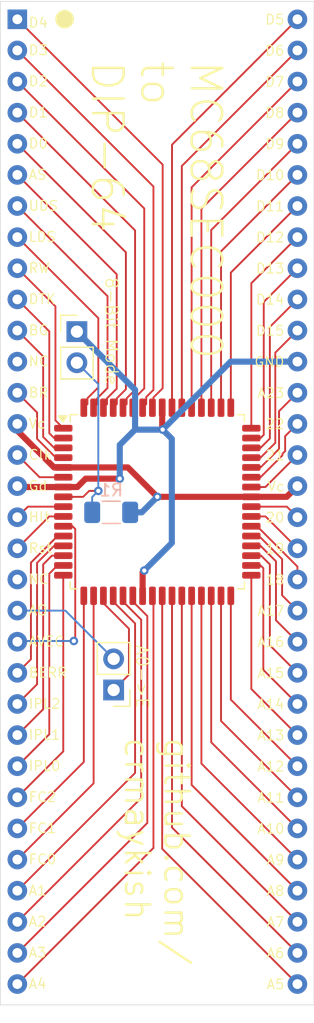
<source format=kicad_pcb>
(kicad_pcb (version 20240108) (generator "pcbnew") (generator_version "8.0")
  (layers (0 "F.Cu" signal) (31 "B.Cu" signal) (34 "B.Paste" user) (35 "F.Paste" user) (36 "B.SilkS" user "B.Silkscreen") (37 "F.SilkS" user "F.Silkscreen") (38 "B.Mask" user) (39 "F.Mask" user) (44 "Edge.Cuts" user))
  (net 0 "")
  (net 1 "/A12")
  (net 2 "/{slash}UDS")
  (net 3 "/D8")
  (net 4 "/A5")
  (net 5 "/A10")
  (net 6 "/{slash}LDS")
  (net 7 "/D6")
  (net 8 "/D9")
  (net 9 "/FC2")
  (net 10 "/{slash}IPL2")
  (net 11 "/{slash}IPL1")
  (net 12 "/{slash}BERR")
  (net 13 "/{slash}RESET")
  (net 14 "/D10")
  (net 15 "/A22")
  (net 16 "/A11")
  (net 17 "/{slash}IPL0")
  (net 18 "/D7")
  (net 19 "/A9")
  (net 20 "/D0")
  (net 21 "/A18")
  (net 22 "/D15")
  (net 23 "/A6")
  (net 24 "/D1")
  (net 25 "/A21")
  (net 26 "/A17")
  (net 27 "/D14")
  (net 28 "/D13")
  (net 29 "/A13")
  (net 30 "/{slash}BG")
  (net 31 "/A15")
  (net 32 "/A1")
  (net 33 "/A7")
  (net 34 "/FC0")
  (net 35 "/A16")
  (net 36 "/FC1")
  (net 37 "/{slash}DTACK")
  (net 38 "/D3")
  (net 39 "/A3")
  (net 40 "/A8")
  (net 41 "/A4")
  (net 42 "/CLK")
  (net 43 "/D11")
  (net 44 "/D5")
  (net 45 "/{slash}BR")
  (net 46 "/D12")
  (net 47 "/D2")
  (net 48 "/A23")
  (net 49 "/A19")
  (net 50 "/RW")
  (net 51 "/{slash}AS")
  (net 52 "/A14")
  (net 53 "/D4")
  (net 54 "/A20")
  (net 55 "/A0")
  (net 56 "/{slash}HALT")
  (net 57 "/A2")
  (net 58 "GND")
  (net 59 "VCC")
  (net 60 "Net-(JP1-B)")
  (net 61 "Net-(U1-{slash}AVEC)")
  (net 62 "Net-(JP2-B)")
  (footprint "Connector_PinHeader_2.54mm:PinHeader_1x02_P2.54mm_Vertical" (layer "F.Cu") (at 137.75 103 180)
    (property "Reference" "JP2" (hide yes))
    (property "Value" "Jumper_2_Open")
    (fp_line (start 1.33 1.27) (end 1.33 3.87) (stroke (width 0.12)) (layer "F.SilkS"))
    (fp_line (start -1.33 3.87) (end 1.33 3.87) (stroke (width 0.12)) (layer "F.SilkS"))
    (fp_line (start -1.33 1.27) (end 1.33 1.27) (stroke (width 0.12)) (layer "F.SilkS"))
    (fp_line (start -1.33 1.27) (end -1.33 3.87) (stroke (width 0.12)) (layer "F.SilkS"))
    (fp_line (start -1.33 0) (end -1.33 -1.33) (stroke (width 0.12)) (layer "F.SilkS"))
    (fp_line (start -1.33 -1.33) (end 0 -1.33) (stroke (width 0.12)) (layer "F.SilkS"))
    (pad "1" thru_hole rect (at 0 0 180) (size 1.7 1.7) (drill 1) (layers "*.Cu" "*.Mask") (net 55 "/A0"))
    (pad "2" thru_hole oval (at 0 2.54 180) (size 1.7 1.7) (drill 1) (layers "*.Cu" "*.Mask") (net 62 "Net-(JP2-B)"))
  )
  (footprint "Connector_PinHeader_2.54mm:PinHeader_1x02_P2.54mm_Vertical" (layer "F.Cu") (at 134.75 73.75)
    (property "Reference" "JP1" (hide yes))
    (property "Value" "Jumper_2_Open")
    (fp_line (start -1.33 -1.33) (end 0 -1.33) (stroke (width 0.12)) (layer "F.SilkS"))
    (fp_line (start -1.33 0) (end -1.33 -1.33) (stroke (width 0.12)) (layer "F.SilkS"))
    (fp_line (start -1.33 1.27) (end -1.33 3.87) (stroke (width 0.12)) (layer "F.SilkS"))
    (fp_line (start -1.33 1.27) (end 1.33 1.27) (stroke (width 0.12)) (layer "F.SilkS"))
    (fp_line (start -1.33 3.87) (end 1.33 3.87) (stroke (width 0.12)) (layer "F.SilkS"))
    (fp_line (start 1.33 1.27) (end 1.33 3.87) (stroke (width 0.12)) (layer "F.SilkS"))
    (pad "1" thru_hole rect (at 0 0) (size 1.7 1.7) (drill 1) (layers "*.Cu" "*.Mask") (net 58 "GND"))
    (pad "2" thru_hole oval (at 0 2.54) (size 1.7 1.7) (drill 1) (layers "*.Cu" "*.Mask") (net 60 "Net-(JP1-B)"))
  )
  (footprint "Package_QFP:LQFP-64_14x14mm_P0.8mm" (layer "F.Cu") (at 141.315 87.635)
    (property "Reference" "U1" (hide yes))
    (property "Value" "~")
    (fp_line (start -7.11 -7.11) (end -7.11 -6.535) (stroke (width 0.12)) (layer "F.SilkS"))
    (fp_line (start -7.11 7.11) (end -7.11 6.535) (stroke (width 0.12)) (layer "F.SilkS"))
    (fp_line (start -6.535 -7.11) (end -7.11 -7.11) (stroke (width 0.12)) (layer "F.SilkS"))
    (fp_line (start -6.535 7.11) (end -7.11 7.11) (stroke (width 0.12)) (layer "F.SilkS"))
    (fp_line (start 6.535 -7.11) (end 7.11 -7.11) (stroke (width 0.12)) (layer "F.SilkS"))
    (fp_line (start 6.535 7.11) (end 7.11 7.11) (stroke (width 0.12)) (layer "F.SilkS"))
    (fp_line (start 7.11 -7.11) (end 7.11 -6.535) (stroke (width 0.12)) (layer "F.SilkS"))
    (fp_line (start 7.11 7.11) (end 7.11 6.535) (stroke (width 0.12)) (layer "F.SilkS"))
    (fp_poly (pts (xy -7.7125 -6.535) (xy -8.0525 -7.005) (xy -7.3725 -7.005) (xy -7.7125 -6.535)) (stroke (width 0.12)) (fill solid) (layer "F.SilkS"))
    (pad "1" smd roundrect (at -7.675 -6) (size 1.5 0.55) (layers "F.Cu" "F.Paste" "F.Mask") (net 50 "/RW"))
    (pad "2" smd roundrect (at -7.675 -5.2) (size 1.5 0.55) (layers "F.Cu" "F.Paste" "F.Mask") (net 37 "/{slash}DTACK"))
    (pad "3" smd roundrect (at -7.675 -4.4) (size 1.5 0.55) (layers "F.Cu" "F.Paste" "F.Mask") (net 30 "/{slash}BG"))
    (pad "4" smd roundrect (at -7.675 -3.6) (size 1.5 0.55) (layers "F.Cu" "F.Paste" "F.Mask") (net 45 "/{slash}BR"))
    (pad "5" smd roundrect (at -7.675 -2.8) (size 1.5 0.55) (layers "F.Cu" "F.Paste" "F.Mask") (net 59 "VCC"))
    (pad "6" smd roundrect (at -7.675 -2) (size 1.5 0.55) (layers "F.Cu" "F.Paste" "F.Mask") (net 42 "/CLK"))
    (pad "7" smd roundrect (at -7.675 -1.2) (size 1.5 0.55) (layers "F.Cu" "F.Paste" "F.Mask") (net 58 "GND"))
    (pad "8" smd roundrect (at -7.675 -0.4) (size 1.5 0.55) (layers "F.Cu" "F.Paste" "F.Mask") (net 60 "Net-(JP1-B)"))
    (pad "9" smd roundrect (at -7.675 0.4) (size 1.5 0.55) (layers "F.Cu" "F.Paste" "F.Mask") (net 56 "/{slash}HALT"))
    (pad "10" smd roundrect (at -7.675 1.2) (size 1.5 0.55) (layers "F.Cu" "F.Paste" "F.Mask") (net 13 "/{slash}RESET"))
    (pad "11" smd roundrect (at -7.675 2) (size 1.5 0.55) (layers "F.Cu" "F.Paste" "F.Mask") (net 61 "Net-(U1-{slash}AVEC)"))
    (pad "12" smd roundrect (at -7.675 2.8) (size 1.5 0.55) (layers "F.Cu" "F.Paste" "F.Mask") (net 12 "/{slash}BERR"))
    (pad "13" smd roundrect (at -7.675 3.6) (size 1.5 0.55) (layers "F.Cu" "F.Paste" "F.Mask") (net 10 "/{slash}IPL2"))
    (pad "14" smd roundrect (at -7.675 4.4) (size 1.5 0.55) (layers "F.Cu" "F.Paste" "F.Mask") (net 11 "/{slash}IPL1"))
    (pad "15" smd roundrect (at -7.675 5.2) (size 1.5 0.55) (layers "F.Cu" "F.Paste" "F.Mask") (net 17 "/{slash}IPL0"))
    (pad "16" smd roundrect (at -7.675 6) (size 1.5 0.55) (layers "F.Cu" "F.Paste" "F.Mask") (net 9 "/FC2"))
    (pad "17" smd roundrect (at -6 7.675) (size 0.55 1.5) (layers "F.Cu" "F.Paste" "F.Mask") (net 36 "/FC1"))
    (pad "18" smd roundrect (at -5.2 7.675) (size 0.55 1.5) (layers "F.Cu" "F.Paste" "F.Mask") (net 34 "/FC0"))
    (pad "19" smd roundrect (at -4.4 7.675) (size 0.55 1.5) (layers "F.Cu" "F.Paste" "F.Mask") (net 55 "/A0"))
    (pad "20" smd roundrect (at -3.6 7.675) (size 0.55 1.5) (layers "F.Cu" "F.Paste" "F.Mask") (net 32 "/A1"))
    (pad "21" smd roundrect (at -2.8 7.675) (size 0.55 1.5) (layers "F.Cu" "F.Paste" "F.Mask") (net 57 "/A2"))
    (pad "22" smd roundrect (at -2 7.675) (size 0.55 1.5) (layers "F.Cu" "F.Paste" "F.Mask") (net 39 "/A3"))
    (pad "23" smd roundrect (at -1.2 7.675) (size 0.55 1.5) (layers "F.Cu" "F.Paste" "F.Mask") (net 58 "GND"))
    (pad "24" smd roundrect (at -0.4 7.675) (size 0.55 1.5) (layers "F.Cu" "F.Paste" "F.Mask") (net 41 "/A4"))
    (pad "25" smd roundrect (at 0.4 7.675) (size 0.55 1.5) (layers "F.Cu" "F.Paste" "F.Mask") (net 4 "/A5"))
    (pad "26" smd roundrect (at 1.2 7.675) (size 0.55 1.5) (layers "F.Cu" "F.Paste" "F.Mask") (net 23 "/A6"))
    (pad "27" smd roundrect (at 2 7.675) (size 0.55 1.5) (layers "F.Cu" "F.Paste" "F.Mask") (net 33 "/A7"))
    (pad "28" smd roundrect (at 2.8 7.675) (size 0.55 1.5) (layers "F.Cu" "F.Paste" "F.Mask") (net 40 "/A8"))
    (pad "29" smd roundrect (at 3.6 7.675) (size 0.55 1.5) (layers "F.Cu" "F.Paste" "F.Mask") (net 19 "/A9"))
    (pad "30" smd roundrect (at 4.4 7.675) (size 0.55 1.5) (layers "F.Cu" "F.Paste" "F.Mask") (net 5 "/A10"))
    (pad "31" smd roundrect (at 5.2 7.675) (size 0.55 1.5) (layers "F.Cu" "F.Paste" "F.Mask") (net 16 "/A11"))
    (pad "32" smd roundrect (at 6 7.675) (size 0.55 1.5) (layers "F.Cu" "F.Paste" "F.Mask") (net 1 "/A12"))
    (pad "33" smd roundrect (at 7.675 6) (size 1.5 0.55) (layers "F.Cu" "F.Paste" "F.Mask") (net 29 "/A13"))
    (pad "34" smd roundrect (at 7.675 5.2) (size 1.5 0.55) (layers "F.Cu" "F.Paste" "F.Mask") (net 52 "/A14"))
    (pad "35" smd roundrect (at 7.675 4.4) (size 1.5 0.55) (layers "F.Cu" "F.Paste" "F.Mask") (net 31 "/A15"))
    (pad "36" smd roundrect (at 7.675 3.6) (size 1.5 0.55) (layers "F.Cu" "F.Paste" "F.Mask") (net 35 "/A16"))
    (pad "37" smd roundrect (at 7.675 2.8) (size 1.5 0.55) (layers "F.Cu" "F.Paste" "F.Mask") (net 26 "/A17"))
    (pad "38" smd roundrect (at 7.675 2) (size 1.5 0.55) (layers "F.Cu" "F.Paste" "F.Mask") (net 21 "/A18"))
    (pad "39" smd roundrect (at 7.675 1.2) (size 1.5 0.55) (layers "F.Cu" "F.Paste" "F.Mask") (net 49 "/A19"))
    (pad "40" smd roundrect (at 7.675 0.4) (size 1.5 0.55) (layers "F.Cu" "F.Paste" "F.Mask") (net 54 "/A20"))
    (pad "41" smd roundrect (at 7.675 -0.4) (size 1.5 0.55) (layers "F.Cu" "F.Paste" "F.Mask") (net 59 "VCC"))
    (pad "42" smd roundrect (at 7.675 -1.2) (size 1.5 0.55) (layers "F.Cu" "F.Paste" "F.Mask") (net 25 "/A21"))
    (pad "43" smd roundrect (at 7.675 -2) (size 1.5 0.55) (layers "F.Cu" "F.Paste" "F.Mask") (net 15 "/A22"))
    (pad "44" smd roundrect (at 7.675 -2.8) (size 1.5 0.55) (layers "F.Cu" "F.Paste" "F.Mask") (net 48 "/A23"))
    (pad "45" smd roundrect (at 7.675 -3.6) (size 1.5 0.55) (layers "F.Cu" "F.Paste" "F.Mask") (net 22 "/D15"))
    (pad "46" smd roundrect (at 7.675 -4.4) (size 1.5 0.55) (layers "F.Cu" "F.Paste" "F.Mask") (net 27 "/D14"))
    (pad "47" smd roundrect (at 7.675 -5.2) (size 1.5 0.55) (layers "F.Cu" "F.Paste" "F.Mask") (net 28 "/D13"))
    (pad "48" smd roundrect (at 7.675 -6) (size 1.5 0.55) (layers "F.Cu" "F.Paste" "F.Mask") (net 46 "/D12"))
    (pad "49" smd roundrect (at 6 -7.675) (size 0.55 1.5) (layers "F.Cu" "F.Paste" "F.Mask") (net 43 "/D11"))
    (pad "50" smd roundrect (at 5.2 -7.675) (size 0.55 1.5) (layers "F.Cu" "F.Paste" "F.Mask") (net 14 "/D10"))
    (pad "51" smd roundrect (at 4.4 -7.675) (size 0.55 1.5) (layers "F.Cu" "F.Paste" "F.Mask") (net 8 "/D9"))
    (pad "52" smd roundrect (at 3.6 -7.675) (size 0.55 1.5) (layers "F.Cu" "F.Paste" "F.Mask") (net 3 "/D8"))
    (pad "53" smd roundrect (at 2.8 -7.675) (size 0.55 1.5) (layers "F.Cu" "F.Paste" "F.Mask") (net 18 "/D7"))
    (pad "54" smd roundrect (at 2 -7.675) (size 0.55 1.5) (layers "F.Cu" "F.Paste" "F.Mask") (net 7 "/D6"))
    (pad "55" smd roundrect (at 1.2 -7.675) (size 0.55 1.5) (layers "F.Cu" "F.Paste" "F.Mask") (net 44 "/D5"))
    (pad "56" smd roundrect (at 0.4 -7.675) (size 0.55 1.5) (layers "F.Cu" "F.Paste" "F.Mask") (net 58 "GND"))
    (pad "57" smd roundrect (at -0.4 -7.675) (size 0.55 1.5) (layers "F.Cu" "F.Paste" "F.Mask") (net 53 "/D4"))
    (pad "58" smd roundrect (at -1.2 -7.675) (size 0.55 1.5) (layers "F.Cu" "F.Paste" "F.Mask") (net 38 "/D3"))
    (pad "59" smd roundrect (at -2 -7.675) (size 0.55 1.5) (layers "F.Cu" "F.Paste" "F.Mask") (net 47 "/D2"))
    (pad "60" smd roundrect (at -2.8 -7.675) (size 0.55 1.5) (layers "F.Cu" "F.Paste" "F.Mask") (net 24 "/D1"))
    (pad "61" smd roundrect (at -3.6 -7.675) (size 0.55 1.5) (layers "F.Cu" "F.Paste" "F.Mask") (net 20 "/D0"))
    (pad "62" smd roundrect (at -4.4 -7.675) (size 0.55 1.5) (layers "F.Cu" "F.Paste" "F.Mask") (net 51 "/{slash}AS"))
    (pad "63" smd roundrect (at -5.2 -7.675) (size 0.55 1.5) (layers "F.Cu" "F.Paste" "F.Mask") (net 2 "/{slash}UDS"))
    (pad "64" smd roundrect (at -6 -7.675) (size 0.55 1.5) (layers "F.Cu" "F.Paste" "F.Mask") (net 6 "/{slash}LDS"))
  )
  (footprint "Package_DIP:DIP-64_W22.86mm" (layer "F.Cu") (at 129.89 48.26)
    (property "Reference" "U2" (hide yes))
    (property "Value" "68010D")
    (pad "1" thru_hole rect (at 0 0) (size 1.6 1.6) (drill 0.8) (layers "*.Cu" "*.Mask") (net 53 "/D4"))
    (pad "2" thru_hole oval (at 0 2.54) (size 1.6 1.6) (drill 0.8) (layers "*.Cu" "*.Mask") (net 38 "/D3"))
    (pad "3" thru_hole oval (at 0 5.08) (size 1.6 1.6) (drill 0.8) (layers "*.Cu" "*.Mask") (net 47 "/D2"))
    (pad "4" thru_hole oval (at 0 7.62) (size 1.6 1.6) (drill 0.8) (layers "*.Cu" "*.Mask") (net 24 "/D1"))
    (pad "5" thru_hole oval (at 0 10.16) (size 1.6 1.6) (drill 0.8) (layers "*.Cu" "*.Mask") (net 20 "/D0"))
    (pad "6" thru_hole oval (at 0 12.7) (size 1.6 1.6) (drill 0.8) (layers "*.Cu" "*.Mask") (net 51 "/{slash}AS"))
    (pad "7" thru_hole oval (at 0 15.24) (size 1.6 1.6) (drill 0.8) (layers "*.Cu" "*.Mask") (net 2 "/{slash}UDS"))
    (pad "8" thru_hole oval (at 0 17.78) (size 1.6 1.6) (drill 0.8) (layers "*.Cu" "*.Mask") (net 6 "/{slash}LDS"))
    (pad "9" thru_hole oval (at 0 20.32) (size 1.6 1.6) (drill 0.8) (layers "*.Cu" "*.Mask") (net 50 "/RW"))
    (pad "10" thru_hole oval (at 0 22.86) (size 1.6 1.6) (drill 0.8) (layers "*.Cu" "*.Mask") (net 37 "/{slash}DTACK"))
    (pad "11" thru_hole oval (at 0 25.4) (size 1.6 1.6) (drill 0.8) (layers "*.Cu" "*.Mask") (net 30 "/{slash}BG"))
    (pad "12" thru_hole oval (at 0 27.94) (size 1.6 1.6) (drill 0.8) (layers "*.Cu" "*.Mask"))
    (pad "13" thru_hole oval (at 0 30.48) (size 1.6 1.6) (drill 0.8) (layers "*.Cu" "*.Mask") (net 45 "/{slash}BR"))
    (pad "14" thru_hole oval (at 0 33.02) (size 1.6 1.6) (drill 0.8) (layers "*.Cu" "*.Mask") (net 59 "VCC"))
    (pad "15" thru_hole oval (at 0 35.56) (size 1.6 1.6) (drill 0.8) (layers "*.Cu" "*.Mask") (net 42 "/CLK"))
    (pad "16" thru_hole oval (at 0 38.1) (size 1.6 1.6) (drill 0.8) (layers "*.Cu" "*.Mask") (net 58 "GND"))
    (pad "17" thru_hole oval (at 0 40.64) (size 1.6 1.6) (drill 0.8) (layers "*.Cu" "*.Mask") (net 56 "/{slash}HALT"))
    (pad "18" thru_hole oval (at 0 43.18) (size 1.6 1.6) (drill 0.8) (layers "*.Cu" "*.Mask") (net 13 "/{slash}RESET"))
    (pad "19" thru_hole oval (at 0 45.72) (size 1.6 1.6) (drill 0.8) (layers "*.Cu" "*.Mask"))
    (pad "20" thru_hole oval (at 0 48.26) (size 1.6 1.6) (drill 0.8) (layers "*.Cu" "*.Mask") (net 62 "Net-(JP2-B)"))
    (pad "21" thru_hole oval (at 0 50.8) (size 1.6 1.6) (drill 0.8) (layers "*.Cu" "*.Mask") (net 61 "Net-(U1-{slash}AVEC)"))
    (pad "22" thru_hole oval (at 0 53.34) (size 1.6 1.6) (drill 0.8) (layers "*.Cu" "*.Mask") (net 12 "/{slash}BERR"))
    (pad "23" thru_hole oval (at 0 55.88) (size 1.6 1.6) (drill 0.8) (layers "*.Cu" "*.Mask") (net 10 "/{slash}IPL2"))
    (pad "24" thru_hole oval (at 0 58.42) (size 1.6 1.6) (drill 0.8) (layers "*.Cu" "*.Mask") (net 11 "/{slash}IPL1"))
    (pad "25" thru_hole oval (at 0 60.96) (size 1.6 1.6) (drill 0.8) (layers "*.Cu" "*.Mask") (net 17 "/{slash}IPL0"))
    (pad "26" thru_hole oval (at 0 63.5) (size 1.6 1.6) (drill 0.8) (layers "*.Cu" "*.Mask") (net 9 "/FC2"))
    (pad "27" thru_hole oval (at 0 66.04) (size 1.6 1.6) (drill 0.8) (layers "*.Cu" "*.Mask") (net 36 "/FC1"))
    (pad "28" thru_hole oval (at 0 68.58) (size 1.6 1.6) (drill 0.8) (layers "*.Cu" "*.Mask") (net 34 "/FC0"))
    (pad "29" thru_hole oval (at 0 71.12) (size 1.6 1.6) (drill 0.8) (layers "*.Cu" "*.Mask") (net 32 "/A1"))
    (pad "30" thru_hole oval (at 0 73.66) (size 1.6 1.6) (drill 0.8) (layers "*.Cu" "*.Mask") (net 57 "/A2"))
    (pad "31" thru_hole oval (at 0 76.2) (size 1.6 1.6) (drill 0.8) (layers "*.Cu" "*.Mask") (net 39 "/A3"))
    (pad "32" thru_hole oval (at 0 78.74) (size 1.6 1.6) (drill 0.8) (layers "*.Cu" "*.Mask") (net 41 "/A4"))
    (pad "33" thru_hole oval (at 22.86 78.74) (size 1.6 1.6) (drill 0.8) (layers "*.Cu" "*.Mask") (net 4 "/A5"))
    (pad "34" thru_hole oval (at 22.86 76.2) (size 1.6 1.6) (drill 0.8) (layers "*.Cu" "*.Mask") (net 23 "/A6"))
    (pad "35" thru_hole oval (at 22.86 73.66) (size 1.6 1.6) (drill 0.8) (layers "*.Cu" "*.Mask") (net 33 "/A7"))
    (pad "36" thru_hole oval (at 22.86 71.12) (size 1.6 1.6) (drill 0.8) (layers "*.Cu" "*.Mask") (net 40 "/A8"))
    (pad "37" thru_hole oval (at 22.86 68.58) (size 1.6 1.6) (drill 0.8) (layers "*.Cu" "*.Mask") (net 19 "/A9"))
    (pad "38" thru_hole oval (at 22.86 66.04) (size 1.6 1.6) (drill 0.8) (layers "*.Cu" "*.Mask") (net 5 "/A10"))
    (pad "39" thru_hole oval (at 22.86 63.5) (size 1.6 1.6) (drill 0.8) (layers "*.Cu" "*.Mask") (net 16 "/A11"))
    (pad "40" thru_hole oval (at 22.86 60.96) (size 1.6 1.6) (drill 0.8) (layers "*.Cu" "*.Mask") (net 1 "/A12"))
    (pad "41" thru_hole oval (at 22.86 58.42) (size 1.6 1.6) (drill 0.8) (layers "*.Cu" "*.Mask") (net 29 "/A13"))
    (pad "42" thru_hole oval (at 22.86 55.88) (size 1.6 1.6) (drill 0.8) (layers "*.Cu" "*.Mask") (net 52 "/A14"))
    (pad "43" thru_hole oval (at 22.86 53.34) (size 1.6 1.6) (drill 0.8) (layers "*.Cu" "*.Mask") (net 31 "/A15"))
    (pad "44" thru_hole oval (at 22.86 50.8) (size 1.6 1.6) (drill 0.8) (layers "*.Cu" "*.Mask") (net 35 "/A16"))
    (pad "45" thru_hole oval (at 22.86 48.26) (size 1.6 1.6) (drill 0.8) (layers "*.Cu" "*.Mask") (net 26 "/A17"))
    (pad "46" thru_hole oval (at 22.86 45.72) (size 1.6 1.6) (drill 0.8) (layers "*.Cu" "*.Mask") (net 21 "/A18"))
    (pad "47" thru_hole oval (at 22.86 43.18) (size 1.6 1.6) (drill 0.8) (layers "*.Cu" "*.Mask") (net 49 "/A19"))
    (pad "48" thru_hole oval (at 22.86 40.64) (size 1.6 1.6) (drill 0.8) (layers "*.Cu" "*.Mask") (net 54 "/A20"))
    (pad "49" thru_hole oval (at 22.86 38.1) (size 1.6 1.6) (drill 0.8) (layers "*.Cu" "*.Mask") (net 59 "VCC"))
    (pad "50" thru_hole oval (at 22.86 35.56) (size 1.6 1.6) (drill 0.8) (layers "*.Cu" "*.Mask") (net 25 "/A21"))
    (pad "51" thru_hole oval (at 22.86 33.02) (size 1.6 1.6) (drill 0.8) (layers "*.Cu" "*.Mask") (net 15 "/A22"))
    (pad "52" thru_hole oval (at 22.86 30.48) (size 1.6 1.6) (drill 0.8) (layers "*.Cu" "*.Mask") (net 48 "/A23"))
    (pad "53" thru_hole oval (at 22.86 27.94) (size 1.6 1.6) (drill 0.8) (layers "*.Cu" "*.Mask") (net 58 "GND"))
    (pad "54" thru_hole oval (at 22.86 25.4) (size 1.6 1.6) (drill 0.8) (layers "*.Cu" "*.Mask") (net 22 "/D15"))
    (pad "55" thru_hole oval (at 22.86 22.86) (size 1.6 1.6) (drill 0.8) (layers "*.Cu" "*.Mask") (net 27 "/D14"))
    (pad "56" thru_hole oval (at 22.86 20.32) (size 1.6 1.6) (drill 0.8) (layers "*.Cu" "*.Mask") (net 28 "/D13"))
    (pad "57" thru_hole oval (at 22.86 17.78) (size 1.6 1.6) (drill 0.8) (layers "*.Cu" "*.Mask") (net 46 "/D12"))
    (pad "58" thru_hole oval (at 22.86 15.24) (size 1.6 1.6) (drill 0.8) (layers "*.Cu" "*.Mask") (net 43 "/D11"))
    (pad "59" thru_hole oval (at 22.86 12.7) (size 1.6 1.6) (drill 0.8) (layers "*.Cu" "*.Mask") (net 14 "/D10"))
    (pad "60" thru_hole oval (at 22.86 10.16) (size 1.6 1.6) (drill 0.8) (layers "*.Cu" "*.Mask") (net 8 "/D9"))
    (pad "61" thru_hole oval (at 22.86 7.62) (size 1.6 1.6) (drill 0.8) (layers "*.Cu" "*.Mask") (net 3 "/D8"))
    (pad "62" thru_hole oval (at 22.86 5.08) (size 1.6 1.6) (drill 0.8) (layers "*.Cu" "*.Mask") (net 18 "/D7"))
    (pad "63" thru_hole oval (at 22.86 2.54) (size 1.6 1.6) (drill 0.8) (layers "*.Cu" "*.Mask") (net 7 "/D6"))
    (pad "64" thru_hole oval (at 22.86 0) (size 1.6 1.6) (drill 0.8) (layers "*.Cu" "*.Mask") (net 44 "/D5"))
  )
  (footprint "Resistor_SMD:R_1206_3216Metric_Pad1.30x1.75mm_HandSolder" (layer "B.Cu") (at 137.55 88.5 180)
    (property "Reference" "R1" (at 0 1.82 0) (layer "B.SilkS") (effects (justify mirror)))
    (property "Value" "R")
    (fp_line (start 0.727064 0.91) (end -0.727064 0.91) (stroke (width 0.12)) (layer "B.SilkS"))
    (fp_line (start 0.727064 -0.91) (end -0.727064 -0.91) (stroke (width 0.12)) (layer "B.SilkS"))
    (pad "1" smd roundrect (at -1.55 0 180) (size 1.3 1.75) (layers "B.Cu" "B.Paste" "B.Mask") (roundrect_rratio 0.192308) (net 59 "VCC"))
    (pad "2" smd roundrect (at 1.55 0 180) (size 1.3 1.75) (layers "B.Cu" "B.Paste" "B.Mask") (roundrect_rratio 0.192308) (net 60 "Net-(JP1-B)"))
  )
  (gr_circle (center 133.75 48.25) (end 134.457107 48.25) (stroke (width 0.1)) (fill solid) (layer "F.SilkS"))
  (gr_rect (start 128.5 46.8) (end 154.1 128.7) (stroke (width 0.05)) (fill none) (layer "Edge.Cuts"))
  (gr_text "Gd" (at 130.75 86.81 0) (layer "F.SilkS") (effects (font (size 0.8 0.8) (thickness 0.1)) (justify left bottom)))
  (gr_text "A0->E" (at 139.5 99.25 -90) (layer "F.SilkS") (effects (font (size 1 1) (thickness 0.1)) (justify left bottom)))
  (gr_text "22" (at 151.75 81.77 0) (layer "F.SilkS") (effects (font (size 0.8 0.8) (thickness 0.1)) (justify right bottom)))
  (gr_text "IPL0" (at 130.75 109.67 0) (layer "F.SilkS") (effects (font (size 0.8 0.8) (thickness 0.1)) (justify left bottom)))
  (gr_text "A4" (at 130.75 127.45 0) (layer "F.SilkS") (effects (font (size 0.8 0.8) (thickness 0.1)) (justify left bottom)))
  (gr_text "D2" (at 130.75 53.79 0) (layer "F.SilkS") (effects (font (size 0.8 0.8) (thickness 0.1)) (justify left bottom)))
  (gr_text "20" (at 151.75 89.39 0) (layer "F.SilkS") (effects (font (size 0.8 0.8) (thickness 0.1)) (justify right bottom)))
  (gr_text "D9" (at 151.75 58.91 0) (layer "F.SilkS") (effects (font (size 0.8 0.8) (thickness 0.1)) (justify right bottom)))
  (gr_text "D1\n" (at 130.75 56.33 0) (layer "F.SilkS") (effects (font (size 0.8 0.8) (thickness 0.1)) (justify left bottom)))
  (gr_text "A8" (at 151.75 119.87 0) (layer "F.SilkS") (effects (font (size 0.8 0.8) (thickness 0.1)) (justify right bottom)))
  (gr_text "A15" (at 151.75 102.09 0) (layer "F.SilkS") (effects (font (size 0.8 0.8) (thickness 0.1)) (justify right bottom)))
  (gr_text "D6" (at 151.75 51.29 0) (layer "F.SilkS") (effects (font (size 0.8 0.8) (thickness 0.1)) (justify right bottom)))
  (gr_text "UDS" (at 130.75 63.95 0) (layer "F.SilkS") (effects (font (size 0.8 0.8) (thickness 0.1)) (justify left bottom)))
  (gr_text "D15" (at 151.75 74.15 0) (layer "F.SilkS") (effects (font (size 0.8 0.8) (thickness 0.1)) (justify right bottom)))
  (gr_text "GND" (at 151.75 76.69 0) (layer "F.SilkS") (effects (font (size 0.8 0.8) (thickness 0.1)) (justify right bottom)))
  (gr_text "18" (at 151.75 94.47 0) (layer "F.SilkS") (effects (font (size 0.8 0.8) (thickness 0.1)) (justify right bottom)))
  (gr_text "A2" (at 130.75 122.37 0) (layer "F.SilkS") (effects (font (size 0.8 0.8) (thickness 0.1)) (justify left bottom)))
  (gr_text "BERR\n" (at 130.75 102.05 0) (layer "F.SilkS") (effects (font (size 0.8 0.8) (thickness 0.1)) (justify left bottom)))
  (gr_text "D4" (at 130.75 49 0) (layer "F.SilkS") (effects (font (size 0.8 0.8) (thickness 0.1)) (justify left bottom)))
  (gr_text "D3" (at 130.75 51.25 0) (layer "F.SilkS") (effects (font (size 0.8 0.8) (thickness 0.1)) (justify left bottom)))
  (gr_text "A12" (at 151.75 109.71 0) (layer "F.SilkS") (effects (font (size 0.8 0.8) (thickness 0.1)) (justify right bottom)))
  (gr_text "Hlt" (at 130.75 89.35 0) (layer "F.SilkS") (effects (font (size 0.8 0.8) (thickness 0.1)) (justify left bottom)))
  (gr_text "NC" (at 130.75 76.65 0) (layer "F.SilkS") (effects (font (size 0.8 0.8) (thickness 0.1)) (justify left bottom)))
  (gr_text "A6" (at 151.75 124.95 0) (layer "F.SilkS") (effects (font (size 0.8 0.8) (thickness 0.1)) (justify right bottom)))
  (gr_text "AO" (at 130.75 96.97 0) (layer "F.SilkS") (effects (font (size 0.8 0.8) (thickness 0.1)) (justify left bottom)))
  (gr_text "D12" (at 151.75 66.53 0) (layer "F.SilkS") (effects (font (size 0.8 0.8) (thickness 0.1)) (justify right bottom)))
  (gr_text "A1" (at 130.75 119.83 0) (layer "F.SilkS") (effects (font (size 0.8 0.8) (thickness 0.1)) (justify left bottom)))
  (gr_text "Clk" (at 130.75 84.27 0) (layer "F.SilkS") (effects (font (size 0.8 0.8) (thickness 0.1)) (justify left bottom)))
  (gr_text "github.com/\ncrmaykish" (at 138.5 106.75 270) (layer "F.SilkS") (effects (font (size 2 2) (thickness 0.2)) (justify left bottom)))
  (gr_text "FC1" (at 130.75 114.75 0) (layer "F.SilkS") (effects (font (size 0.8 0.8) (thickness 0.1)) (justify left bottom)))
  (gr_text "D11" (at 151.75 63.99 0) (layer "F.SilkS") (effects (font (size 0.8 0.8) (thickness 0.1)) (justify right bottom)))
  (gr_text "NC" (at 130.75 94.43 0) (layer "F.SilkS") (effects (font (size 0.8 0.8) (thickness 0.1)) (justify left bottom)))
  (gr_text "A3" (at 130.75 124.91 0) (layer "F.SilkS") (effects (font (size 0.8 0.8) (thickness 0.1)) (justify left bottom)))
  (gr_text "AVEC" (at 130.75 99.51 0) (layer "F.SilkS") (effects (font (size 0.8 0.8) (thickness 0.1)) (justify left bottom)))
  (gr_text "A10" (at 151.75 114.79 0) (layer "F.SilkS") (effects (font (size 0.8 0.8) (thickness 0.1)) (justify right bottom)))
  (gr_text "Vc" (at 130.75 81.73 0) (layer "F.SilkS") (effects (font (size 0.8 0.8) (thickness 0.1)) (justify left bottom)))
  (gr_text "A9" (at 151.75 117.33 0) (layer "F.SilkS") (effects (font (size 0.8 0.8) (thickness 0.1)) (justify right bottom)))
  (gr_text "DTK\n" (at 130.75 71.57 0) (layer "F.SilkS") (effects (font (size 0.8 0.8) (thickness 0.1)) (justify left bottom)))
  (gr_text "BR" (at 130.75 79.19 0) (layer "F.SilkS") (effects (font (size 0.8 0.8) (thickness 0.1)) (justify left bottom)))
  (gr_text "A7" (at 151.75 122.41 0) (layer "F.SilkS") (effects (font (size 0.8 0.8) (thickness 0.1)) (justify right bottom)))
  (gr_text "8-Bit Mode\n" (at 137 69.25 -90) (layer "F.SilkS") (effects (font (size 1 1) (thickness 0.1)) (justify left bottom)))
  (gr_text "D5" (at 151.75 48.75 0) (layer "F.SilkS") (effects (font (size 0.8 0.8) (thickness 0.1)) (justify right bottom)))
  (gr_text "D13" (at 151.75 69.07 0) (layer "F.SilkS") (effects (font (size 0.8 0.8) (thickness 0.1)) (justify right bottom)))
  (gr_text "A13" (at 151.75 107.17 0) (layer "F.SilkS") (effects (font (size 0.8 0.8) (thickness 0.1)) (justify right bottom)))
  (gr_text "21" (at 151.75 84.31 0) (layer "F.SilkS") (effects (font (size 0.8 0.8) (thickness 0.1)) (justify right bottom)))
  (gr_text "Vc" (at 151.75 86.85 0) (layer "F.SilkS") (effects (font (size 0.8 0.8) (thickness 0.1)) (justify right bottom)))
  (gr_text "IPL1" (at 130.75 107.13 0) (layer "F.SilkS") (effects (font (size 0.8 0.8) (thickness 0.1)) (justify left bottom)))
  (gr_text "A11" (at 151.75 112.25 0) (layer "F.SilkS") (effects (font (size 0.8 0.8) (thickness 0.1)) (justify right bottom)))
  (gr_text "A23" (at 151.75 79.23 0) (layer "F.SilkS") (effects (font (size 0.8 0.8) (thickness 0.1)) (justify right bottom)))
  (gr_text "AS\n" (at 130.75 61.41 0) (layer "F.SilkS") (effects (font (size 0.8 0.8) (thickness 0.1)) (justify left bottom)))
  (gr_text "MC68SEC000\nto\nDIP-64" (at 135.75 51.5 -90) (layer "F.SilkS") (effects (font (size 2.5 2.5) (thickness 0.2)) (justify left bottom)))
  (gr_text "LDS" (at 130.75 66.49 0) (layer "F.SilkS") (effects (font (size 0.8 0.8) (thickness 0.1)) (justify left bottom)))
  (gr_text "IPL2" (at 130.75 104.59 0) (layer "F.SilkS") (effects (font (size 0.8 0.8) (thickness 0.1)) (justify left bottom)))
  (gr_text "A5" (at 151.75 127.49 0) (layer "F.SilkS") (effects (font (size 0.8 0.8) (thickness 0.1)) (justify right bottom)))
  (gr_text "RW" (at 130.75 69.03 0) (layer "F.SilkS") (effects (font (size 0.8 0.8) (thickness 0.1)) (justify left bottom)))
  (gr_text "D0" (at 130.75 58.87 0) (layer "F.SilkS") (effects (font (size 0.8 0.8) (thickness 0.1)) (justify left bottom)))
  (gr_text "19" (at 151.75 91.93 0) (layer "F.SilkS") (effects (font (size 0.8 0.8) (thickness 0.1)) (justify right bottom)))
  (gr_text "FC0" (at 130.75 117.29 0) (layer "F.SilkS") (effects (font (size 0.8 0.8) (thickness 0.1)) (justify left bottom)))
  (gr_text "Rst" (at 130.75 91.89 0) (layer "F.SilkS") (effects (font (size 0.8 0.8) (thickness 0.1)) (justify left bottom)))
  (gr_text "A14" (at 151.75 104.63 0) (layer "F.SilkS") (effects (font (size 0.8 0.8) (thickness 0.1)) (justify right bottom)))
  (gr_text "D14" (at 151.75 71.61 0) (layer "F.SilkS") (effects (font (size 0.8 0.8) (thickness 0.1)) (justify right bottom)))
  (gr_text "D7" (at 151.75 53.83 0) (layer "F.SilkS") (effects (font (size 0.8 0.8) (thickness 0.1)) (justify right bottom)))
  (gr_text "BG" (at 130.75 74.11 0) (layer "F.SilkS") (effects (font (size 0.8 0.8) (thickness 0.1)) (justify left bottom)))
  (gr_text "D8" (at 151.75 56.37 0) (layer "F.SilkS") (effects (font (size 0.8 0.8) (thickness 0.1)) (justify right bottom)))
  (gr_text "A16" (at 151.75 99.55 0) (layer "F.SilkS") (effects (font (size 0.8 0.8) (thickness 0.1)) (justify right bottom)))
  (gr_text "D10" (at 151.75 61.45 0) (layer "F.SilkS") (effects (font (size 0.8 0.8) (thickness 0.1)) (justify right bottom)))
  (gr_text "A17" (at 151.75 97.01 0) (layer "F.SilkS") (effects (font (size 0.8 0.8) (thickness 0.1)) (justify right bottom)))
  (gr_text "FC2" (at 130.75 112.21 0) (layer "F.SilkS") (effects (font (size 0.8 0.8) (thickness 0.1)) (justify left bottom)))
  (segment (start 147.315 103.785) (end 147.315 95.31) (width 0.1524) (layer "F.Cu") (net 1))
  (segment (start 152.75 109.22) (end 147.315 103.785) (width 0.1524) (layer "F.Cu") (net 1))
  (segment (start 136.115 79.96) (end 136.4114 79.6636) (width 0.1524) (layer "F.Cu") (net 2))
  (segment (start 137.25 78.353446) (end 137.25 70.86) (width 0.1524) (layer "F.Cu") (net 2))
  (segment (start 136.4114 79.192046) (end 137.25 78.353446) (width 0.1524) (layer "F.Cu") (net 2))
  (segment (start 137.25 70.86) (end 129.89 63.5) (width 0.1524) (layer "F.Cu") (net 2))
  (segment (start 136.4114 79.6636) (end 136.4114 79.192046) (width 0.1524) (layer "F.Cu") (net 2))
  (segment (start 144.915 79.96) (end 144.915 63.715) (width 0.1524) (layer "F.Cu") (net 3))
  (segment (start 144.915 63.715) (end 152.75 55.88) (width 0.1524) (layer "F.Cu") (net 3))
  (segment (start 141.715 115.965) (end 152.75 127) (width 0.1524) (layer "F.Cu") (net 4))
  (segment (start 141.715 95.31) (end 141.715 115.965) (width 0.1524) (layer "F.Cu") (net 4))
  (segment (start 152.75 114.3) (end 145.715 107.265) (width 0.1524) (layer "F.Cu") (net 5))
  (segment (start 145.715 107.265) (end 145.715 95.31) (width 0.1524) (layer "F.Cu") (net 5))
  (segment (start 136.5 78.303446) (end 136.5 72.65) (width 0.1524) (layer "F.Cu") (net 6))
  (segment (start 135.6114 79.6636) (end 135.6114 79.192046) (width 0.1524) (layer "F.Cu") (net 6))
  (segment (start 135.315 79.96) (end 135.6114 79.6636) (width 0.1524) (layer "F.Cu") (net 6))
  (segment (start 136.5 72.65) (end 129.89 66.04) (width 0.1524) (layer "F.Cu") (net 6))
  (segment (start 135.6114 79.192046) (end 136.5 78.303446) (width 0.1524) (layer "F.Cu") (net 6))
  (segment (start 143.315 79.96) (end 143.315 60.235) (width 0.1524) (layer "F.Cu") (net 7))
  (segment (start 143.315 60.235) (end 152.75 50.8) (width 0.1524) (layer "F.Cu") (net 7))
  (segment (start 145.715 79.96) (end 145.715 65.455) (width 0.1524) (layer "F.Cu") (net 8))
  (segment (start 145.715 65.455) (end 152.75 58.42) (width 0.1524) (layer "F.Cu") (net 8))
  (segment (start 133.64 108.01) (end 129.89 111.76) (width 0.1524) (layer "F.Cu") (net 9))
  (segment (start 133.64 93.635) (end 133.64 108.01) (width 0.1524) (layer "F.Cu") (net 9))
  (segment (start 131.5 92.625001) (end 131.5 102.53) (width 0.1524) (layer "F.Cu") (net 10))
  (segment (start 133.64 91.235) (end 132.890001 91.235) (width 0.1524) (layer "F.Cu") (net 10))
  (segment (start 131.5 102.53) (end 129.89 104.14) (width 0.1524) (layer "F.Cu") (net 10))
  (segment (start 132.890001 91.235) (end 131.5 92.625001) (width 0.1524) (layer "F.Cu") (net 10))
  (segment (start 132 92.75) (end 132 104.57) (width 0.1524) (layer "F.Cu") (net 11))
  (segment (start 132.715 92.035) (end 132 92.75) (width 0.1524) (layer "F.Cu") (net 11))
  (segment (start 133.64 92.035) (end 132.715 92.035) (width 0.1524) (layer "F.Cu") (net 11))
  (segment (start 132 104.57) (end 129.89 106.68) (width 0.1524) (layer "F.Cu") (net 11))
  (segment (start 131 100.49) (end 129.89 101.6) (width 0.1524) (layer "F.Cu") (net 12))
  (segment (start 133.64 90.435) (end 133.168446 90.435) (width 0.1524) (layer "F.Cu") (net 12))
  (segment (start 131 92.603446) (end 131 100.49) (width 0.1524) (layer "F.Cu") (net 12))
  (segment (start 133.168446 90.435) (end 131 92.603446) (width 0.1524) (layer "F.Cu") (net 12))
  (segment (start 133.64 88.835) (end 132.495 88.835) (width 0.1524) (layer "F.Cu") (net 13))
  (segment (start 132.495 88.835) (end 129.89 91.44) (width 0.1524) (layer "F.Cu") (net 13))
  (segment (start 146.515 67.195) (end 152.75 60.96) (width 0.1524) (layer "F.Cu") (net 14))
  (segment (start 146.515 79.96) (end 146.515 67.195) (width 0.1524) (layer "F.Cu") (net 14))
  (segment (start 149.739999 85.635) (end 151.528835 83.846164) (width 0.1524) (layer "F.Cu") (net 15))
  (segment (start 151.75 82.28) (end 152.75 81.28) (width 0.1524) (layer "F.Cu") (net 15))
  (segment (start 151.528835 83.721165) (end 151.75 83.5) (width 0.1524) (layer "F.Cu") (net 15))
  (segment (start 151.528835 83.846164) (end 151.528835 83.721165) (width 0.1524) (layer "F.Cu") (net 15))
  (segment (start 148.99 85.635) (end 149.739999 85.635) (width 0.1524) (layer "F.Cu") (net 15))
  (segment (start 151.75 83.5) (end 151.75 82.28) (width 0.1524) (layer "F.Cu") (net 15))
  (segment (start 152.75 111.76) (end 146.515 105.525) (width 0.1524) (layer "F.Cu") (net 16))
  (segment (start 146.515 105.525) (end 146.515 95.31) (width 0.1524) (layer "F.Cu") (net 16))
  (segment (start 133.165 92.835) (end 133.64 92.835) (width 0.1524) (layer "F.Cu") (net 17))
  (segment (start 129.89 109.22) (end 132.5 106.61) (width 0.1524) (layer "F.Cu") (net 17))
  (segment (start 132.5 106.61) (end 132.5 93.5) (width 0.1524) (layer "F.Cu") (net 17))
  (segment (start 132.5 93.5) (end 133.165 92.835) (width 0.1524) (layer "F.Cu") (net 17))
  (segment (start 144.115 61.975) (end 152.75 53.34) (width 0.1524) (layer "F.Cu") (net 18))
  (segment (start 144.115 79.96) (end 144.115 61.975) (width 0.1524) (layer "F.Cu") (net 18))
  (segment (start 152.75 116.84) (end 144.915 109.005) (width 0.1524) (layer "F.Cu") (net 19))
  (segment (start 144.915 109.005) (end 144.915 95.31) (width 0.1524) (layer "F.Cu") (net 19))
  (segment (start 138.75 67.28) (end 129.89 58.42) (width 0.1524) (layer "F.Cu") (net 20))
  (segment (start 137.715 79.96) (end 138.0114 79.6636) (width 0.1524) (layer "F.Cu") (net 20))
  (segment (start 138.0114 79.6636) (end 138.0114 79.192046) (width 0.1524) (layer "F.Cu") (net 20))
  (segment (start 138.0114 79.192046) (end 138.75 78.453446) (width 0.1524) (layer "F.Cu") (net 20))
  (segment (start 138.75 78.453446) (end 138.75 67.28) (width 0.1524) (layer "F.Cu") (net 20))
  (segment (start 152.75 92.923446) (end 149.461554 89.635) (width 0.1524) (layer "F.Cu") (net 21))
  (segment (start 149.461554 89.635) (end 148.99 89.635) (width 0.1524) (layer "F.Cu") (net 21))
  (segment (start 152.75 93.98) (end 152.75 92.923446) (width 0.1524) (layer "F.Cu") (net 21))
  (segment (start 150.9452 75.4648) (end 152.75 73.66) (width 0.1524) (layer "F.Cu") (net 22))
  (segment (start 149.739999 84.035) (end 150.9452 82.829799) (width 0.1524) (layer "F.Cu") (net 22))
  (segment (start 148.99 84.035) (end 149.739999 84.035) (width 0.1524) (layer "F.Cu") (net 22))
  (segment (start 150.9452 82.829799) (end 150.9452 75.4648) (width 0.1524) (layer "F.Cu") (net 22))
  (segment (start 152.75 124.46) (end 142.515 114.225) (width 0.1524) (layer "F.Cu") (net 23))
  (segment (start 142.515 114.225) (end 142.515 95.31) (width 0.1524) (layer "F.Cu") (net 23))
  (segment (start 138.8114 79.192046) (end 139.5 78.503446) (width 0.1524) (layer "F.Cu") (net 24))
  (segment (start 139.5 65.49) (end 129.89 55.88) (width 0.1524) (layer "F.Cu") (net 24))
  (segment (start 139.5 78.503446) (end 139.5 65.49) (width 0.1524) (layer "F.Cu") (net 24))
  (segment (start 138.8114 79.6636) (end 138.8114 79.192046) (width 0.1524) (layer "F.Cu") (net 24))
  (segment (start 138.515 79.96) (end 138.8114 79.6636) (width 0.1524) (layer "F.Cu") (net 24))
  (segment (start 150.135 86.435) (end 148.99 86.435) (width 0.1524) (layer "F.Cu") (net 25))
  (segment (start 152.75 83.82) (end 150.135 86.435) (width 0.1524) (layer "F.Cu") (net 25))
  (segment (start 151.5 95.27) (end 151.5 92.318948) (width 0.1524) (layer "F.Cu") (net 26))
  (segment (start 149.616052 90.435) (end 148.99 90.435) (width 0.1524) (layer "F.Cu") (net 26))
  (segment (start 152.75 96.52) (end 151.5 95.27) (width 0.1524) (layer "F.Cu") (net 26))
  (segment (start 151.5 92.318948) (end 149.616052 90.435) (width 0.1524) (layer "F.Cu") (net 26))
  (segment (start 149.739999 83.235) (end 150.5 82.474999) (width 0.1524) (layer "F.Cu") (net 27))
  (segment (start 148.99 83.235) (end 149.739999 83.235) (width 0.1524) (layer "F.Cu") (net 27))
  (segment (start 150.5 82.474999) (end 150.5 73.37) (width 0.1524) (layer "F.Cu") (net 27))
  (segment (start 150.5 73.37) (end 152.75 71.12) (width 0.1524) (layer "F.Cu") (net 27))
  (segment (start 150 71.33) (end 152.75 68.58) (width 0.1524) (layer "F.Cu") (net 28))
  (segment (start 149.739999 82.435) (end 150 82.174999) (width 0.1524) (layer "F.Cu") (net 28))
  (segment (start 148.99 82.435) (end 149.739999 82.435) (width 0.1524) (layer "F.Cu") (net 28))
  (segment (start 150 82.174999) (end 150 71.33) (width 0.1524) (layer "F.Cu") (net 28))
  (segment (start 152.75 106.68) (end 148.99 102.92) (width 0.1524) (layer "F.Cu") (net 29))
  (segment (start 148.99 102.92) (end 148.99 93.635) (width 0.1524) (layer "F.Cu") (net 29))
  (segment (start 132 82.344999) (end 132 75.77) (width 0.1524) (layer "F.Cu") (net 30))
  (segment (start 133.64 83.235) (end 132.890001 83.235) (width 0.1524) (layer "F.Cu") (net 30))
  (segment (start 132 75.77) (end 129.89 73.66) (width 0.1524) (layer "F.Cu") (net 30))
  (segment (start 132.890001 83.235) (end 132 82.344999) (width 0.1524) (layer "F.Cu") (net 30))
  (segment (start 150.5 92.75) (end 149.785 92.035) (width 0.1524) (layer "F.Cu") (net 31))
  (segment (start 150.5 99.35) (end 150.5 92.75) (width 0.1524) (layer "F.Cu") (net 31))
  (segment (start 152.75 101.6) (end 150.5 99.35) (width 0.1524) (layer "F.Cu") (net 31))
  (segment (start 149.785 92.035) (end 148.99 92.035) (width 0.1524) (layer "F.Cu") (net 31))
  (segment (start 129.89 119.38) (end 139.5 109.77) (width 0.1524) (layer "F.Cu") (net 32))
  (segment (start 137.715 95.781554) (end 137.715 95.31) (width 0.1524) (layer "F.Cu") (net 32))
  (segment (start 139.5 109.77) (end 139.5 97.566554) (width 0.1524) (layer "F.Cu") (net 32))
  (segment (start 139.5 97.566554) (end 137.715 95.781554) (width 0.1524) (layer "F.Cu") (net 32))
  (segment (start 143.315 112.485) (end 143.315 95.31) (width 0.1524) (layer "F.Cu") (net 33))
  (segment (start 152.75 121.92) (end 143.315 112.485) (width 0.1524) (layer "F.Cu") (net 33))
  (segment (start 136.115 110.615) (end 136.115 95.31) (width 0.1524) (layer "F.Cu") (net 34))
  (segment (start 129.89 116.84) (end 136.115 110.615) (width 0.1524) (layer "F.Cu") (net 34))
  (segment (start 149.735 91.235) (end 148.99 91.235) (width 0.1524) (layer "F.Cu") (net 35))
  (segment (start 152.75 99.06) (end 151 97.31) (width 0.1524) (layer "F.Cu") (net 35))
  (segment (start 151 92.5) (end 149.735 91.235) (width 0.1524) (layer "F.Cu") (net 35))
  (segment (start 151 97.31) (end 151 92.5) (width 0.1524) (layer "F.Cu") (net 35))
  (segment (start 135.315 108.875) (end 135.315 95.31) (width 0.1524) (layer "F.Cu") (net 36))
  (segment (start 129.89 114.3) (end 135.315 108.875) (width 0.1524) (layer "F.Cu") (net 36))
  (segment (start 133.64 82.435) (end 132.890001 82.435) (width 0.1524) (layer "F.Cu") (net 37))
  (segment (start 132.890001 82.435) (end 132.5 82.044999) (width 0.1524) (layer "F.Cu") (net 37))
  (segment (start 132.5 73.73) (end 129.89 71.12) (width 0.1524) (layer "F.Cu") (net 37))
  (segment (start 132.5 82.044999) (end 132.5 73.73) (width 0.1524) (layer "F.Cu") (net 37))
  (segment (start 140.4114 79.0886) (end 141 78.5) (width 0.1524) (layer "F.Cu") (net 38))
  (segment (start 141 61.91) (end 129.89 50.8) (width 0.1524) (layer "F.Cu") (net 38))
  (segment (start 141 78.5) (end 141 61.91) (width 0.1524) (layer "F.Cu") (net 38))
  (segment (start 140.115 79.96) (end 140.4114 79.6636) (width 0.1524) (layer "F.Cu") (net 38))
  (segment (start 140.4114 79.6636) (end 140.4114 79.0886) (width 0.1524) (layer "F.Cu") (net 38))
  (segment (start 139.315 95.781554) (end 139.315 95.31) (width 0.1524) (layer "F.Cu") (net 39))
  (segment (start 129.89 124.46) (end 140.5 113.85) (width 0.1524) (layer "F.Cu") (net 39))
  (segment (start 140.5 113.85) (end 140.5 96.966554) (width 0.1524) (layer "F.Cu") (net 39))
  (segment (start 140.5 96.966554) (end 139.315 95.781554) (width 0.1524) (layer "F.Cu") (net 39))
  (segment (start 152.75 119.38) (end 144.115 110.745) (width 0.1524) (layer "F.Cu") (net 40))
  (segment (start 144.115 110.745) (end 144.115 95.31) (width 0.1524) (layer "F.Cu") (net 40))
  (segment (start 141 95.395) (end 140.915 95.31) (width 0.1524) (layer "F.Cu") (net 41))
  (segment (start 129.89 127) (end 141 115.89) (width 0.1524) (layer "F.Cu") (net 41))
  (segment (start 141 115.89) (end 141 95.395) (width 0.1524) (layer "F.Cu") (net 41))
  (segment (start 133.64 85.635) (end 131.705 85.635) (width 0.1524) (layer "F.Cu") (net 42))
  (segment (start 131.705 85.635) (end 129.89 83.82) (width 0.1524) (layer "F.Cu") (net 42))
  (segment (start 147.315 79.96) (end 147.315 68.935) (width 0.1524) (layer "F.Cu") (net 43))
  (segment (start 147.315 68.935) (end 152.75 63.5) (width 0.1524) (layer "F.Cu") (net 43))
  (segment (start 142.515 79.96) (end 142.515 58.495) (width 0.1524) (layer "F.Cu") (net 44))
  (segment (start 142.515 58.495) (end 152.75 48.26) (width 0.1524) (layer "F.Cu") (net 44))
  (segment (start 131.5 80.35) (end 129.89 78.74) (width 0.1524) (layer "F.Cu") (net 45))
  (segment (start 133.035 84.035) (end 131.5 82.5) (width 0.1524) (layer "F.Cu") (net 45))
  (segment (start 131.5 82.5) (end 131.5 80.35) (width 0.1524) (layer "F.Cu") (net 45))
  (segment (start 133.64 84.035) (end 133.035 84.035) (width 0.1524) (layer "F.Cu") (net 45))
  (segment (start 148.99 69.8) (end 152.75 66.04) (width 0.1524) (layer "F.Cu") (net 46))
  (segment (start 148.99 81.635) (end 148.99 69.8) (width 0.1524) (layer "F.Cu") (net 46))
  (segment (start 139.315 79.96) (end 139.6114 79.6636) (width 0.1524) (layer "F.Cu") (net 47))
  (segment (start 140.25 63.7) (end 129.89 53.34) (width 0.1524) (layer "F.Cu") (net 47))
  (segment (start 139.6114 79.026496) (end 140.25 78.387896) (width 0.1524) (layer "F.Cu") (net 47))
  (segment (start 139.6114 79.6636) (end 139.6114 79.026496) (width 0.1524) (layer "F.Cu") (net 47))
  (segment (start 140.25 78.387896) (end 140.25 63.7) (width 0.1524) (layer "F.Cu") (net 47))
  (segment (start 151.25 80.24) (end 152.75 78.74) (width 0.1524) (layer "F.Cu") (net 48))
  (segment (start 149.739999 84.835) (end 151.25 83.324999) (width 0.1524) (layer "F.Cu") (net 48))
  (segment (start 148.99 84.835) (end 149.739999 84.835) (width 0.1524) (layer "F.Cu") (net 48))
  (segment (start 151.25 83.324999) (end 151.25 80.24) (width 0.1524) (layer "F.Cu") (net 48))
  (segment (start 150.145 88.835) (end 148.99 88.835) (width 0.1524) (layer "F.Cu") (net 49))
  (segment (start 152.75 91.44) (end 150.145 88.835) (width 0.1524) (layer "F.Cu") (net 49))
  (segment (start 133 80.995) (end 133.64 81.635) (width 0.1524) (layer "F.Cu") (net 50))
  (segment (start 129.89 68.58) (end 133 71.69) (width 0.1524) (layer "F.Cu") (net 50))
  (segment (start 133 71.69) (end 133 80.995) (width 0.1524) (layer "F.Cu") (net 50))
  (segment (start 136.915 79.96) (end 137.2114 79.6636) (width 0.1524) (layer "F.Cu") (net 51))
  (segment (start 137.2114 79.6636) (end 137.2114 79.192046) (width 0.1524) (layer "F.Cu") (net 51))
  (segment (start 138 78.403446) (end 138 69.07) (width 0.1524) (layer "F.Cu") (net 51))
  (segment (start 137.2114 79.192046) (end 138 78.403446) (width 0.1524) (layer "F.Cu") (net 51))
  (segment (start 138 69.07) (end 129.89 60.96) (width 0.1524) (layer "F.Cu") (net 51))
  (segment (start 149.9686 93.063601) (end 149.739999 92.835) (width 0.1524) (layer "F.Cu") (net 52))
  (segment (start 152.75 104.14) (end 149.9686 101.3586) (width 0.1524) (layer "F.Cu") (net 52))
  (segment (start 149.739999 92.835) (end 148.99 92.835) (width 0.1524) (layer "F.Cu") (net 52))
  (segment (start 149.9686 101.3586) (end 149.9686 93.063601) (width 0.1524) (layer "F.Cu") (net 52))
  (segment (start 141.75 78.375) (end 141.75 60.12) (width 0.1524) (layer "F.Cu") (net 53))
  (segment (start 141 79.125) (end 141.75 78.375) (width 0.1524) (layer "F.Cu") (net 53))
  (segment (start 141 79.875) (end 141 79.125) (width 0.1524) (layer "F.Cu") (net 53))
  (segment (start 141.75 60.12) (end 129.89 48.26) (width 0.1524) (layer "F.Cu") (net 53))
  (segment (start 140.915 79.96) (end 141 79.875) (width 0.1524) (layer "F.Cu") (net 53))
  (segment (start 152.75 88.9) (end 151.885 88.035) (width 0.1524) (layer "F.Cu") (net 54))
  (segment (start 151.885 88.035) (end 148.99 88.035) (width 0.1524) (layer "F.Cu") (net 54))
  (segment (start 139 101.75) (end 139 98) (width 0.1524) (layer "F.Cu") (net 55))
  (segment (start 137.75 103) (end 139 101.75) (width 0.1524) (layer "F.Cu") (net 55))
  (segment (start 136.915 95.915) (end 136.915 95.31) (width 0.1524) (layer "F.Cu") (net 55))
  (segment (start 139 98) (end 136.915 95.915) (width 0.1524) (layer "F.Cu") (net 55))
  (segment (start 130.755 88.035) (end 129.89 88.9) (width 0.1524) (layer "F.Cu") (net 56))
  (segment (start 133.64 88.035) (end 130.755 88.035) (width 0.1524) (layer "F.Cu") (net 56))
  (segment (start 138.515 95.781554) (end 138.515 95.31) (width 0.1524) (layer "F.Cu") (net 57))
  (segment (start 140 111.81) (end 140 97.266554) (width 0.1524) (layer "F.Cu") (net 57))
  (segment (start 140 97.266554) (end 138.515 95.781554) (width 0.1524) (layer "F.Cu") (net 57))
  (segment (start 129.89 121.92) (end 140 111.81) (width 0.1524) (layer "F.Cu") (net 57))
  (segment (start 141.715 79.96) (end 141.715 81.715) (width 0.5) (layer "F.Cu") (net 58))
  (segment (start 133.64 86.435) (end 129.965 86.435) (width 0.5) (layer "F.Cu") (net 58))
  (segment (start 140.25 93.25) (end 140.115 93.385) (width 0.5) (layer "F.Cu") (net 58))
  (segment (start 135.467972 85.75) (end 134.782972 86.435) (width 0.5) (layer "F.Cu") (net 58))
  (segment (start 140.115 93.385) (end 140.115 95.31) (width 0.5) (layer "F.Cu") (net 58))
  (segment (start 134.782972 86.435) (end 133.64 86.435) (width 0.5) (layer "F.Cu") (net 58))
  (segment (start 129.965 86.435) (end 129.89 86.36) (width 0.5) (layer "F.Cu") (net 58))
  (segment (start 141.715 81.715) (end 141.75 81.75) (width 0.5) (layer "F.Cu") (net 58))
  (segment (start 138.25 85.75) (end 135.467972 85.75) (width 0.5) (layer "F.Cu") (net 58))
  (via (at 140.25 93.25) (size 0.7) (drill 0.35) (layers "F.Cu" "B.Cu") (net 58))
  (via (at 138.25 85.75) (size 0.7) (drill 0.35) (layers "F.Cu" "B.Cu") (net 58))
  (via (at 141.75 81.75) (size 0.7) (drill 0.35) (layers "F.Cu" "B.Cu") (net 58))
  (segment (start 139.5 78.5) (end 134.75 73.75) (width 0.5) (layer "B.Cu") (net 58))
  (segment (start 141.75 81.75) (end 147.3 76.2) (width 0.5) (layer "B.Cu") (net 58))
  (segment (start 142.5 82.5) (end 141.75 81.75) (width 0.5) (layer "B.Cu") (net 58))
  (segment (start 138.25 83) (end 139.5 81.75) (width 0.5) (layer "B.Cu") (net 58))
  (segment (start 147.3 76.2) (end 152.75 76.2) (width 0.5) (layer "B.Cu") (net 58))
  (segment (start 140.25 93.25) (end 142.5 91) (width 0.5) (layer "B.Cu") (net 58))
  (segment (start 139.5 81.75) (end 139.5 78.5) (width 0.5) (layer "B.Cu") (net 58))
  (segment (start 139.5 81.75) (end 141.75 81.75) (width 0.5) (layer "B.Cu") (net 58))
  (segment (start 142.5 91) (end 142.5 82.5) (width 0.5) (layer "B.Cu") (net 58))
  (segment (start 138.25 85.75) (end 138.25 83) (width 0.5) (layer "B.Cu") (net 58))
  (segment (start 129.89 81.834999) (end 132.890001 84.835) (width 0.5) (layer "F.Cu") (net 59))
  (segment (start 138.911554 84.835) (end 133.64 84.835) (width 0.5) (layer "F.Cu") (net 59))
  (segment (start 141.311554 87.235) (end 138.911554 84.835) (width 0.5) (layer "F.Cu") (net 59))
  (segment (start 132.890001 84.835) (end 133.64 84.835) (width 0.5) (layer "F.Cu") (net 59))
  (segment (start 129.89 81.28) (end 129.89 81.834999) (width 0.5) (layer "F.Cu") (net 59))
  (segment (start 148.99 87.235) (end 141.311554 87.235) (width 0.5) (layer "F.Cu") (net 59))
  (segment (start 148.99 87.235) (end 151.875 87.235) (width 0.5) (layer "F.Cu") (net 59))
  (segment (start 151.875 87.235) (end 152.75 86.36) (width 0.5) (layer "F.Cu") (net 59))
  (via (at 141.311554 87.235) (size 0.7) (drill 0.35) (layers "F.Cu" "B.Cu") (net 59))
  (segment (start 139.1 88.5) (end 140.046554 88.5) (width 0.5) (layer "B.Cu") (net 59))
  (segment (start 140.046554 88.5) (end 141.311554 87.235) (width 0.5) (layer "B.Cu") (net 59))
  (segment (start 136.5 86.75) (end 135.75 86.75) (width 0.1524) (layer "F.Cu") (net 60))
  (segment (start 135.265 87.235) (end 133.64 87.235) (width 0.1524) (layer "F.Cu") (net 60))
  (segment (start 135.75 86.75) (end 135.265 87.235) (width 0.1524) (layer "F.Cu") (net 60))
  (via (at 136.5 86.75) (size 0.7) (drill 0.35) (layers "F.Cu" "B.Cu") (net 60))
  (segment (start 136 88.5) (end 136 87.25) (width 0.1524) (layer "B.Cu") (net 60))
  (segment (start 136.5 86.75) (end 136.5 78.04) (width 0.1524) (layer "B.Cu") (net 60))
  (segment (start 136 87.25) (end 136.5 86.75) (width 0.1524) (layer "B.Cu") (net 60))
  (segment (start 136.5 78.04) (end 134.75 76.29) (width 0.1524) (layer "B.Cu") (net 60))
  (segment (start 134.6186 98.8814) (end 134.6186 89.863601) (width 0.1524) (layer "F.Cu") (net 61))
  (segment (start 134.5 99) (end 134.6186 98.8814) (width 0.1524) (layer "F.Cu") (net 61))
  (segment (start 134.6186 89.863601) (end 134.389999 89.635) (width 0.1524) (layer "F.Cu") (net 61))
  (segment (start 134.389999 89.635) (end 133.64 89.635) (width 0.1524) (layer "F.Cu") (net 61))
  (via (at 134.5 99) (size 0.7) (drill 0.35) (layers "F.Cu" "B.Cu") (net 61))
  (segment (start 129.95 99) (end 129.89 99.06) (width 0.1524) (layer "B.Cu") (net 61))
  (segment (start 134.5 99) (end 129.95 99) (width 0.1524) (layer "B.Cu") (net 61))
  (segment (start 133.81 96.52) (end 129.89 96.52) (width 0.1524) (layer "B.Cu") (net 62))
  (segment (start 137.75 100.46) (end 133.81 96.52) (width 0.1524) (layer "B.Cu") (net 62))
)
</source>
